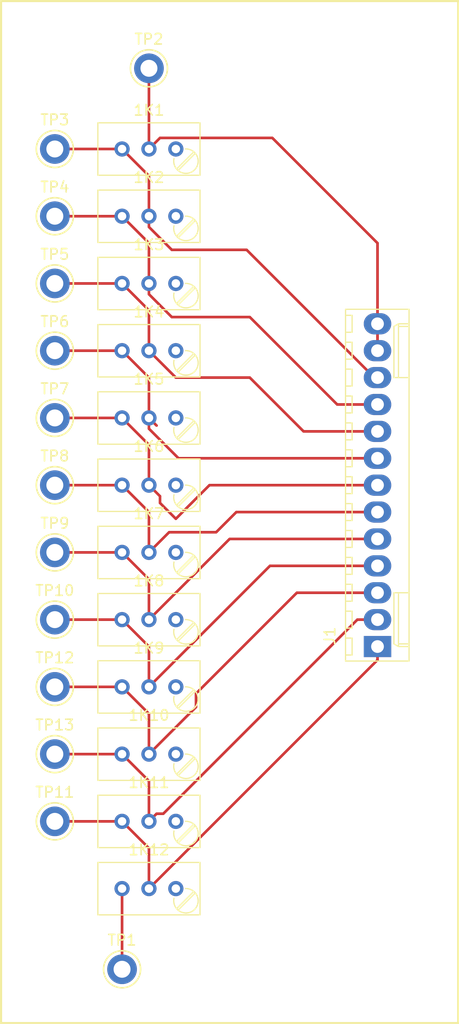
<source format=kicad_pcb>
(kicad_pcb (version 20171130) (host pcbnew "(5.0.2)-1")

  (general
    (thickness 1.6)
    (drawings 4)
    (tracks 82)
    (zones 0)
    (modules 26)
    (nets 26)
  )

  (page A4)
  (layers
    (0 F.Cu signal)
    (31 B.Cu signal)
    (32 B.Adhes user)
    (33 F.Adhes user)
    (34 B.Paste user)
    (35 F.Paste user)
    (36 B.SilkS user)
    (37 F.SilkS user)
    (38 B.Mask user)
    (39 F.Mask user)
    (40 Dwgs.User user)
    (41 Cmts.User user)
    (42 Eco1.User user)
    (43 Eco2.User user)
    (44 Edge.Cuts user)
    (45 Margin user)
    (46 B.CrtYd user)
    (47 F.CrtYd user)
    (48 B.Fab user)
    (49 F.Fab user)
  )

  (setup
    (last_trace_width 0.25)
    (trace_clearance 0.2)
    (zone_clearance 0.508)
    (zone_45_only no)
    (trace_min 0.2)
    (segment_width 0.2)
    (edge_width 0.15)
    (via_size 0.8)
    (via_drill 0.4)
    (via_min_size 0.4)
    (via_min_drill 0.3)
    (uvia_size 0.3)
    (uvia_drill 0.1)
    (uvias_allowed no)
    (uvia_min_size 0.2)
    (uvia_min_drill 0.1)
    (pcb_text_width 0.3)
    (pcb_text_size 1.5 1.5)
    (mod_edge_width 0.15)
    (mod_text_size 1 1)
    (mod_text_width 0.15)
    (pad_size 1.524 1.524)
    (pad_drill 0.762)
    (pad_to_mask_clearance 0.051)
    (solder_mask_min_width 0.25)
    (aux_axis_origin 0 0)
    (visible_elements 7FFFFFFF)
    (pcbplotparams
      (layerselection 0x010fc_ffffffff)
      (usegerberextensions false)
      (usegerberattributes false)
      (usegerberadvancedattributes false)
      (creategerberjobfile false)
      (excludeedgelayer true)
      (linewidth 0.100000)
      (plotframeref false)
      (viasonmask false)
      (mode 1)
      (useauxorigin false)
      (hpglpennumber 1)
      (hpglpenspeed 20)
      (hpglpendiameter 15.000000)
      (psnegative false)
      (psa4output false)
      (plotreference true)
      (plotvalue true)
      (plotinvisibletext false)
      (padsonsilk false)
      (subtractmaskfromsilk false)
      (outputformat 1)
      (mirror false)
      (drillshape 1)
      (scaleselection 1)
      (outputdirectory ""))
  )

  (net 0 "")
  (net 1 "Net-(1K1-Pad1)")
  (net 2 +BATT)
  (net 3 "Net-(1K1-Pad3)")
  (net 4 "Net-(1K2-Pad3)")
  (net 5 "Net-(1K2-Pad1)")
  (net 6 "Net-(1K3-Pad1)")
  (net 7 "Net-(1K3-Pad3)")
  (net 8 "Net-(1K4-Pad3)")
  (net 9 "Net-(1K4-Pad1)")
  (net 10 "Net-(1K5-Pad1)")
  (net 11 "Net-(1K5-Pad3)")
  (net 12 "Net-(1K6-Pad3)")
  (net 13 "Net-(1K6-Pad1)")
  (net 14 "Net-(1K7-Pad1)")
  (net 15 "Net-(1K7-Pad3)")
  (net 16 "Net-(1K8-Pad3)")
  (net 17 "Net-(1K8-Pad1)")
  (net 18 "Net-(1K9-Pad1)")
  (net 19 "Net-(1K10-Pad2)")
  (net 20 "Net-(1K10-Pad3)")
  (net 21 "Net-(1K10-Pad1)")
  (net 22 "Net-(1K11-Pad1)")
  (net 23 "Net-(1K11-Pad3)")
  (net 24 GND)
  (net 25 "Net-(1K12-Pad1)")

  (net_class Default "This is the default net class."
    (clearance 0.2)
    (trace_width 0.25)
    (via_dia 0.8)
    (via_drill 0.4)
    (uvia_dia 0.3)
    (uvia_drill 0.1)
    (add_net +BATT)
    (add_net GND)
    (add_net "Net-(1K1-Pad1)")
    (add_net "Net-(1K1-Pad3)")
    (add_net "Net-(1K10-Pad1)")
    (add_net "Net-(1K10-Pad2)")
    (add_net "Net-(1K10-Pad3)")
    (add_net "Net-(1K11-Pad1)")
    (add_net "Net-(1K11-Pad3)")
    (add_net "Net-(1K12-Pad1)")
    (add_net "Net-(1K2-Pad1)")
    (add_net "Net-(1K2-Pad3)")
    (add_net "Net-(1K3-Pad1)")
    (add_net "Net-(1K3-Pad3)")
    (add_net "Net-(1K4-Pad1)")
    (add_net "Net-(1K4-Pad3)")
    (add_net "Net-(1K5-Pad1)")
    (add_net "Net-(1K5-Pad3)")
    (add_net "Net-(1K6-Pad1)")
    (add_net "Net-(1K6-Pad3)")
    (add_net "Net-(1K7-Pad1)")
    (add_net "Net-(1K7-Pad3)")
    (add_net "Net-(1K8-Pad1)")
    (add_net "Net-(1K8-Pad3)")
    (add_net "Net-(1K9-Pad1)")
  )

  (module Potentiometers:Potentiometer_Trimmer_Bourns_3296W (layer F.Cu) (tedit 58826ECB) (tstamp 5C52E671)
    (at 143.51 54.61)
    (descr "Spindle Trimmer Potentiometer, Bourns 3296W, https://www.bourns.com/pdfs/3296.pdf")
    (tags "Spindle Trimmer Potentiometer   Bourns 3296W")
    (path /5C4CFC58)
    (fp_text reference 1K1 (at -2.54 -3.66) (layer F.SilkS)
      (effects (font (size 1 1) (thickness 0.15)))
    )
    (fp_text value POT (at -2.54 3.67) (layer F.Fab)
      (effects (font (size 1 1) (thickness 0.15)))
    )
    (fp_arc (start 0.955 1.15) (end 0.955 2.305) (angle -182) (layer F.SilkS) (width 0.12))
    (fp_arc (start 0.955 1.15) (end -0.174 0.91) (angle -103) (layer F.SilkS) (width 0.12))
    (fp_circle (center 0.955 1.15) (end 2.05 1.15) (layer F.Fab) (width 0.1))
    (fp_line (start -7.305 -2.41) (end -7.305 2.42) (layer F.Fab) (width 0.1))
    (fp_line (start -7.305 2.42) (end 2.225 2.42) (layer F.Fab) (width 0.1))
    (fp_line (start 2.225 2.42) (end 2.225 -2.41) (layer F.Fab) (width 0.1))
    (fp_line (start 2.225 -2.41) (end -7.305 -2.41) (layer F.Fab) (width 0.1))
    (fp_line (start 1.786 0.454) (end 0.259 1.981) (layer F.Fab) (width 0.1))
    (fp_line (start 1.652 0.32) (end 0.125 1.847) (layer F.Fab) (width 0.1))
    (fp_line (start -7.365 -2.47) (end 2.285 -2.47) (layer F.SilkS) (width 0.12))
    (fp_line (start -7.365 2.481) (end 2.285 2.481) (layer F.SilkS) (width 0.12))
    (fp_line (start -7.365 -2.47) (end -7.365 2.481) (layer F.SilkS) (width 0.12))
    (fp_line (start 2.285 -2.47) (end 2.285 2.481) (layer F.SilkS) (width 0.12))
    (fp_line (start 1.831 0.416) (end 0.22 2.026) (layer F.SilkS) (width 0.12))
    (fp_line (start 1.691 0.275) (end 0.079 1.885) (layer F.SilkS) (width 0.12))
    (fp_line (start -7.6 -2.7) (end -7.6 2.7) (layer F.CrtYd) (width 0.05))
    (fp_line (start -7.6 2.7) (end 2.5 2.7) (layer F.CrtYd) (width 0.05))
    (fp_line (start 2.5 2.7) (end 2.5 -2.7) (layer F.CrtYd) (width 0.05))
    (fp_line (start 2.5 -2.7) (end -7.6 -2.7) (layer F.CrtYd) (width 0.05))
    (pad 1 thru_hole circle (at 0 0) (size 1.44 1.44) (drill 0.8) (layers *.Cu *.Mask)
      (net 1 "Net-(1K1-Pad1)"))
    (pad 2 thru_hole circle (at -2.54 0) (size 1.44 1.44) (drill 0.8) (layers *.Cu *.Mask)
      (net 2 +BATT))
    (pad 3 thru_hole circle (at -5.08 0) (size 1.44 1.44) (drill 0.8) (layers *.Cu *.Mask)
      (net 3 "Net-(1K1-Pad3)"))
    (model Potentiometers.3dshapes/Potentiometer_Trimmer_Bourns_3296W.wrl
      (at (xyz 0 0 0))
      (scale (xyz 1 1 1))
      (rotate (xyz 0 0 -90))
    )
  )

  (module Potentiometers:Potentiometer_Trimmer_Bourns_3296W (layer F.Cu) (tedit 58826ECB) (tstamp 5C52E68B)
    (at 143.51 60.96)
    (descr "Spindle Trimmer Potentiometer, Bourns 3296W, https://www.bourns.com/pdfs/3296.pdf")
    (tags "Spindle Trimmer Potentiometer   Bourns 3296W")
    (path /5C4CFCB3)
    (fp_text reference 1K2 (at -2.54 -3.66) (layer F.SilkS)
      (effects (font (size 1 1) (thickness 0.15)))
    )
    (fp_text value POT (at -2.54 3.67) (layer F.Fab)
      (effects (font (size 1 1) (thickness 0.15)))
    )
    (fp_line (start 2.5 -2.7) (end -7.6 -2.7) (layer F.CrtYd) (width 0.05))
    (fp_line (start 2.5 2.7) (end 2.5 -2.7) (layer F.CrtYd) (width 0.05))
    (fp_line (start -7.6 2.7) (end 2.5 2.7) (layer F.CrtYd) (width 0.05))
    (fp_line (start -7.6 -2.7) (end -7.6 2.7) (layer F.CrtYd) (width 0.05))
    (fp_line (start 1.691 0.275) (end 0.079 1.885) (layer F.SilkS) (width 0.12))
    (fp_line (start 1.831 0.416) (end 0.22 2.026) (layer F.SilkS) (width 0.12))
    (fp_line (start 2.285 -2.47) (end 2.285 2.481) (layer F.SilkS) (width 0.12))
    (fp_line (start -7.365 -2.47) (end -7.365 2.481) (layer F.SilkS) (width 0.12))
    (fp_line (start -7.365 2.481) (end 2.285 2.481) (layer F.SilkS) (width 0.12))
    (fp_line (start -7.365 -2.47) (end 2.285 -2.47) (layer F.SilkS) (width 0.12))
    (fp_line (start 1.652 0.32) (end 0.125 1.847) (layer F.Fab) (width 0.1))
    (fp_line (start 1.786 0.454) (end 0.259 1.981) (layer F.Fab) (width 0.1))
    (fp_line (start 2.225 -2.41) (end -7.305 -2.41) (layer F.Fab) (width 0.1))
    (fp_line (start 2.225 2.42) (end 2.225 -2.41) (layer F.Fab) (width 0.1))
    (fp_line (start -7.305 2.42) (end 2.225 2.42) (layer F.Fab) (width 0.1))
    (fp_line (start -7.305 -2.41) (end -7.305 2.42) (layer F.Fab) (width 0.1))
    (fp_circle (center 0.955 1.15) (end 2.05 1.15) (layer F.Fab) (width 0.1))
    (fp_arc (start 0.955 1.15) (end -0.174 0.91) (angle -103) (layer F.SilkS) (width 0.12))
    (fp_arc (start 0.955 1.15) (end 0.955 2.305) (angle -182) (layer F.SilkS) (width 0.12))
    (pad 3 thru_hole circle (at -5.08 0) (size 1.44 1.44) (drill 0.8) (layers *.Cu *.Mask)
      (net 4 "Net-(1K2-Pad3)"))
    (pad 2 thru_hole circle (at -2.54 0) (size 1.44 1.44) (drill 0.8) (layers *.Cu *.Mask)
      (net 3 "Net-(1K1-Pad3)"))
    (pad 1 thru_hole circle (at 0 0) (size 1.44 1.44) (drill 0.8) (layers *.Cu *.Mask)
      (net 5 "Net-(1K2-Pad1)"))
    (model Potentiometers.3dshapes/Potentiometer_Trimmer_Bourns_3296W.wrl
      (at (xyz 0 0 0))
      (scale (xyz 1 1 1))
      (rotate (xyz 0 0 -90))
    )
  )

  (module Potentiometers:Potentiometer_Trimmer_Bourns_3296W (layer F.Cu) (tedit 58826ECB) (tstamp 5C52E6A5)
    (at 143.51 67.31)
    (descr "Spindle Trimmer Potentiometer, Bourns 3296W, https://www.bourns.com/pdfs/3296.pdf")
    (tags "Spindle Trimmer Potentiometer   Bourns 3296W")
    (path /5C4CFEFE)
    (fp_text reference 1K3 (at -2.54 -3.66) (layer F.SilkS)
      (effects (font (size 1 1) (thickness 0.15)))
    )
    (fp_text value POT (at -2.54 3.67) (layer F.Fab)
      (effects (font (size 1 1) (thickness 0.15)))
    )
    (fp_arc (start 0.955 1.15) (end 0.955 2.305) (angle -182) (layer F.SilkS) (width 0.12))
    (fp_arc (start 0.955 1.15) (end -0.174 0.91) (angle -103) (layer F.SilkS) (width 0.12))
    (fp_circle (center 0.955 1.15) (end 2.05 1.15) (layer F.Fab) (width 0.1))
    (fp_line (start -7.305 -2.41) (end -7.305 2.42) (layer F.Fab) (width 0.1))
    (fp_line (start -7.305 2.42) (end 2.225 2.42) (layer F.Fab) (width 0.1))
    (fp_line (start 2.225 2.42) (end 2.225 -2.41) (layer F.Fab) (width 0.1))
    (fp_line (start 2.225 -2.41) (end -7.305 -2.41) (layer F.Fab) (width 0.1))
    (fp_line (start 1.786 0.454) (end 0.259 1.981) (layer F.Fab) (width 0.1))
    (fp_line (start 1.652 0.32) (end 0.125 1.847) (layer F.Fab) (width 0.1))
    (fp_line (start -7.365 -2.47) (end 2.285 -2.47) (layer F.SilkS) (width 0.12))
    (fp_line (start -7.365 2.481) (end 2.285 2.481) (layer F.SilkS) (width 0.12))
    (fp_line (start -7.365 -2.47) (end -7.365 2.481) (layer F.SilkS) (width 0.12))
    (fp_line (start 2.285 -2.47) (end 2.285 2.481) (layer F.SilkS) (width 0.12))
    (fp_line (start 1.831 0.416) (end 0.22 2.026) (layer F.SilkS) (width 0.12))
    (fp_line (start 1.691 0.275) (end 0.079 1.885) (layer F.SilkS) (width 0.12))
    (fp_line (start -7.6 -2.7) (end -7.6 2.7) (layer F.CrtYd) (width 0.05))
    (fp_line (start -7.6 2.7) (end 2.5 2.7) (layer F.CrtYd) (width 0.05))
    (fp_line (start 2.5 2.7) (end 2.5 -2.7) (layer F.CrtYd) (width 0.05))
    (fp_line (start 2.5 -2.7) (end -7.6 -2.7) (layer F.CrtYd) (width 0.05))
    (pad 1 thru_hole circle (at 0 0) (size 1.44 1.44) (drill 0.8) (layers *.Cu *.Mask)
      (net 6 "Net-(1K3-Pad1)"))
    (pad 2 thru_hole circle (at -2.54 0) (size 1.44 1.44) (drill 0.8) (layers *.Cu *.Mask)
      (net 4 "Net-(1K2-Pad3)"))
    (pad 3 thru_hole circle (at -5.08 0) (size 1.44 1.44) (drill 0.8) (layers *.Cu *.Mask)
      (net 7 "Net-(1K3-Pad3)"))
    (model Potentiometers.3dshapes/Potentiometer_Trimmer_Bourns_3296W.wrl
      (at (xyz 0 0 0))
      (scale (xyz 1 1 1))
      (rotate (xyz 0 0 -90))
    )
  )

  (module Potentiometers:Potentiometer_Trimmer_Bourns_3296W (layer F.Cu) (tedit 58826ECB) (tstamp 5C52E6BF)
    (at 143.51 73.66)
    (descr "Spindle Trimmer Potentiometer, Bourns 3296W, https://www.bourns.com/pdfs/3296.pdf")
    (tags "Spindle Trimmer Potentiometer   Bourns 3296W")
    (path /5C4CFF05)
    (fp_text reference 1K4 (at -2.54 -3.66) (layer F.SilkS)
      (effects (font (size 1 1) (thickness 0.15)))
    )
    (fp_text value POT (at -2.54 3.67) (layer F.Fab)
      (effects (font (size 1 1) (thickness 0.15)))
    )
    (fp_line (start 2.5 -2.7) (end -7.6 -2.7) (layer F.CrtYd) (width 0.05))
    (fp_line (start 2.5 2.7) (end 2.5 -2.7) (layer F.CrtYd) (width 0.05))
    (fp_line (start -7.6 2.7) (end 2.5 2.7) (layer F.CrtYd) (width 0.05))
    (fp_line (start -7.6 -2.7) (end -7.6 2.7) (layer F.CrtYd) (width 0.05))
    (fp_line (start 1.691 0.275) (end 0.079 1.885) (layer F.SilkS) (width 0.12))
    (fp_line (start 1.831 0.416) (end 0.22 2.026) (layer F.SilkS) (width 0.12))
    (fp_line (start 2.285 -2.47) (end 2.285 2.481) (layer F.SilkS) (width 0.12))
    (fp_line (start -7.365 -2.47) (end -7.365 2.481) (layer F.SilkS) (width 0.12))
    (fp_line (start -7.365 2.481) (end 2.285 2.481) (layer F.SilkS) (width 0.12))
    (fp_line (start -7.365 -2.47) (end 2.285 -2.47) (layer F.SilkS) (width 0.12))
    (fp_line (start 1.652 0.32) (end 0.125 1.847) (layer F.Fab) (width 0.1))
    (fp_line (start 1.786 0.454) (end 0.259 1.981) (layer F.Fab) (width 0.1))
    (fp_line (start 2.225 -2.41) (end -7.305 -2.41) (layer F.Fab) (width 0.1))
    (fp_line (start 2.225 2.42) (end 2.225 -2.41) (layer F.Fab) (width 0.1))
    (fp_line (start -7.305 2.42) (end 2.225 2.42) (layer F.Fab) (width 0.1))
    (fp_line (start -7.305 -2.41) (end -7.305 2.42) (layer F.Fab) (width 0.1))
    (fp_circle (center 0.955 1.15) (end 2.05 1.15) (layer F.Fab) (width 0.1))
    (fp_arc (start 0.955 1.15) (end -0.174 0.91) (angle -103) (layer F.SilkS) (width 0.12))
    (fp_arc (start 0.955 1.15) (end 0.955 2.305) (angle -182) (layer F.SilkS) (width 0.12))
    (pad 3 thru_hole circle (at -5.08 0) (size 1.44 1.44) (drill 0.8) (layers *.Cu *.Mask)
      (net 8 "Net-(1K4-Pad3)"))
    (pad 2 thru_hole circle (at -2.54 0) (size 1.44 1.44) (drill 0.8) (layers *.Cu *.Mask)
      (net 7 "Net-(1K3-Pad3)"))
    (pad 1 thru_hole circle (at 0 0) (size 1.44 1.44) (drill 0.8) (layers *.Cu *.Mask)
      (net 9 "Net-(1K4-Pad1)"))
    (model Potentiometers.3dshapes/Potentiometer_Trimmer_Bourns_3296W.wrl
      (at (xyz 0 0 0))
      (scale (xyz 1 1 1))
      (rotate (xyz 0 0 -90))
    )
  )

  (module Potentiometers:Potentiometer_Trimmer_Bourns_3296W (layer F.Cu) (tedit 58826ECB) (tstamp 5C52E6D9)
    (at 143.51 80.01)
    (descr "Spindle Trimmer Potentiometer, Bourns 3296W, https://www.bourns.com/pdfs/3296.pdf")
    (tags "Spindle Trimmer Potentiometer   Bourns 3296W")
    (path /5C4D02C8)
    (fp_text reference 1K5 (at -2.54 -3.66) (layer F.SilkS)
      (effects (font (size 1 1) (thickness 0.15)))
    )
    (fp_text value POT (at -2.54 3.67) (layer F.Fab)
      (effects (font (size 1 1) (thickness 0.15)))
    )
    (fp_arc (start 0.955 1.15) (end 0.955 2.305) (angle -182) (layer F.SilkS) (width 0.12))
    (fp_arc (start 0.955 1.15) (end -0.174 0.91) (angle -103) (layer F.SilkS) (width 0.12))
    (fp_circle (center 0.955 1.15) (end 2.05 1.15) (layer F.Fab) (width 0.1))
    (fp_line (start -7.305 -2.41) (end -7.305 2.42) (layer F.Fab) (width 0.1))
    (fp_line (start -7.305 2.42) (end 2.225 2.42) (layer F.Fab) (width 0.1))
    (fp_line (start 2.225 2.42) (end 2.225 -2.41) (layer F.Fab) (width 0.1))
    (fp_line (start 2.225 -2.41) (end -7.305 -2.41) (layer F.Fab) (width 0.1))
    (fp_line (start 1.786 0.454) (end 0.259 1.981) (layer F.Fab) (width 0.1))
    (fp_line (start 1.652 0.32) (end 0.125 1.847) (layer F.Fab) (width 0.1))
    (fp_line (start -7.365 -2.47) (end 2.285 -2.47) (layer F.SilkS) (width 0.12))
    (fp_line (start -7.365 2.481) (end 2.285 2.481) (layer F.SilkS) (width 0.12))
    (fp_line (start -7.365 -2.47) (end -7.365 2.481) (layer F.SilkS) (width 0.12))
    (fp_line (start 2.285 -2.47) (end 2.285 2.481) (layer F.SilkS) (width 0.12))
    (fp_line (start 1.831 0.416) (end 0.22 2.026) (layer F.SilkS) (width 0.12))
    (fp_line (start 1.691 0.275) (end 0.079 1.885) (layer F.SilkS) (width 0.12))
    (fp_line (start -7.6 -2.7) (end -7.6 2.7) (layer F.CrtYd) (width 0.05))
    (fp_line (start -7.6 2.7) (end 2.5 2.7) (layer F.CrtYd) (width 0.05))
    (fp_line (start 2.5 2.7) (end 2.5 -2.7) (layer F.CrtYd) (width 0.05))
    (fp_line (start 2.5 -2.7) (end -7.6 -2.7) (layer F.CrtYd) (width 0.05))
    (pad 1 thru_hole circle (at 0 0) (size 1.44 1.44) (drill 0.8) (layers *.Cu *.Mask)
      (net 10 "Net-(1K5-Pad1)"))
    (pad 2 thru_hole circle (at -2.54 0) (size 1.44 1.44) (drill 0.8) (layers *.Cu *.Mask)
      (net 8 "Net-(1K4-Pad3)"))
    (pad 3 thru_hole circle (at -5.08 0) (size 1.44 1.44) (drill 0.8) (layers *.Cu *.Mask)
      (net 11 "Net-(1K5-Pad3)"))
    (model Potentiometers.3dshapes/Potentiometer_Trimmer_Bourns_3296W.wrl
      (at (xyz 0 0 0))
      (scale (xyz 1 1 1))
      (rotate (xyz 0 0 -90))
    )
  )

  (module Potentiometers:Potentiometer_Trimmer_Bourns_3296W (layer F.Cu) (tedit 58826ECB) (tstamp 5C52E6F3)
    (at 143.51 86.36)
    (descr "Spindle Trimmer Potentiometer, Bourns 3296W, https://www.bourns.com/pdfs/3296.pdf")
    (tags "Spindle Trimmer Potentiometer   Bourns 3296W")
    (path /5C4D02CE)
    (fp_text reference 1K6 (at -2.54 -3.66) (layer F.SilkS)
      (effects (font (size 1 1) (thickness 0.15)))
    )
    (fp_text value POT (at -2.54 3.67) (layer F.Fab)
      (effects (font (size 1 1) (thickness 0.15)))
    )
    (fp_line (start 2.5 -2.7) (end -7.6 -2.7) (layer F.CrtYd) (width 0.05))
    (fp_line (start 2.5 2.7) (end 2.5 -2.7) (layer F.CrtYd) (width 0.05))
    (fp_line (start -7.6 2.7) (end 2.5 2.7) (layer F.CrtYd) (width 0.05))
    (fp_line (start -7.6 -2.7) (end -7.6 2.7) (layer F.CrtYd) (width 0.05))
    (fp_line (start 1.691 0.275) (end 0.079 1.885) (layer F.SilkS) (width 0.12))
    (fp_line (start 1.831 0.416) (end 0.22 2.026) (layer F.SilkS) (width 0.12))
    (fp_line (start 2.285 -2.47) (end 2.285 2.481) (layer F.SilkS) (width 0.12))
    (fp_line (start -7.365 -2.47) (end -7.365 2.481) (layer F.SilkS) (width 0.12))
    (fp_line (start -7.365 2.481) (end 2.285 2.481) (layer F.SilkS) (width 0.12))
    (fp_line (start -7.365 -2.47) (end 2.285 -2.47) (layer F.SilkS) (width 0.12))
    (fp_line (start 1.652 0.32) (end 0.125 1.847) (layer F.Fab) (width 0.1))
    (fp_line (start 1.786 0.454) (end 0.259 1.981) (layer F.Fab) (width 0.1))
    (fp_line (start 2.225 -2.41) (end -7.305 -2.41) (layer F.Fab) (width 0.1))
    (fp_line (start 2.225 2.42) (end 2.225 -2.41) (layer F.Fab) (width 0.1))
    (fp_line (start -7.305 2.42) (end 2.225 2.42) (layer F.Fab) (width 0.1))
    (fp_line (start -7.305 -2.41) (end -7.305 2.42) (layer F.Fab) (width 0.1))
    (fp_circle (center 0.955 1.15) (end 2.05 1.15) (layer F.Fab) (width 0.1))
    (fp_arc (start 0.955 1.15) (end -0.174 0.91) (angle -103) (layer F.SilkS) (width 0.12))
    (fp_arc (start 0.955 1.15) (end 0.955 2.305) (angle -182) (layer F.SilkS) (width 0.12))
    (pad 3 thru_hole circle (at -5.08 0) (size 1.44 1.44) (drill 0.8) (layers *.Cu *.Mask)
      (net 12 "Net-(1K6-Pad3)"))
    (pad 2 thru_hole circle (at -2.54 0) (size 1.44 1.44) (drill 0.8) (layers *.Cu *.Mask)
      (net 11 "Net-(1K5-Pad3)"))
    (pad 1 thru_hole circle (at 0 0) (size 1.44 1.44) (drill 0.8) (layers *.Cu *.Mask)
      (net 13 "Net-(1K6-Pad1)"))
    (model Potentiometers.3dshapes/Potentiometer_Trimmer_Bourns_3296W.wrl
      (at (xyz 0 0 0))
      (scale (xyz 1 1 1))
      (rotate (xyz 0 0 -90))
    )
  )

  (module Potentiometers:Potentiometer_Trimmer_Bourns_3296W (layer F.Cu) (tedit 58826ECB) (tstamp 5C52E70D)
    (at 143.51 92.71)
    (descr "Spindle Trimmer Potentiometer, Bourns 3296W, https://www.bourns.com/pdfs/3296.pdf")
    (tags "Spindle Trimmer Potentiometer   Bourns 3296W")
    (path /5C4D02D4)
    (fp_text reference 1K7 (at -2.54 -3.66) (layer F.SilkS)
      (effects (font (size 1 1) (thickness 0.15)))
    )
    (fp_text value POT (at -2.54 3.67) (layer F.Fab)
      (effects (font (size 1 1) (thickness 0.15)))
    )
    (fp_arc (start 0.955 1.15) (end 0.955 2.305) (angle -182) (layer F.SilkS) (width 0.12))
    (fp_arc (start 0.955 1.15) (end -0.174 0.91) (angle -103) (layer F.SilkS) (width 0.12))
    (fp_circle (center 0.955 1.15) (end 2.05 1.15) (layer F.Fab) (width 0.1))
    (fp_line (start -7.305 -2.41) (end -7.305 2.42) (layer F.Fab) (width 0.1))
    (fp_line (start -7.305 2.42) (end 2.225 2.42) (layer F.Fab) (width 0.1))
    (fp_line (start 2.225 2.42) (end 2.225 -2.41) (layer F.Fab) (width 0.1))
    (fp_line (start 2.225 -2.41) (end -7.305 -2.41) (layer F.Fab) (width 0.1))
    (fp_line (start 1.786 0.454) (end 0.259 1.981) (layer F.Fab) (width 0.1))
    (fp_line (start 1.652 0.32) (end 0.125 1.847) (layer F.Fab) (width 0.1))
    (fp_line (start -7.365 -2.47) (end 2.285 -2.47) (layer F.SilkS) (width 0.12))
    (fp_line (start -7.365 2.481) (end 2.285 2.481) (layer F.SilkS) (width 0.12))
    (fp_line (start -7.365 -2.47) (end -7.365 2.481) (layer F.SilkS) (width 0.12))
    (fp_line (start 2.285 -2.47) (end 2.285 2.481) (layer F.SilkS) (width 0.12))
    (fp_line (start 1.831 0.416) (end 0.22 2.026) (layer F.SilkS) (width 0.12))
    (fp_line (start 1.691 0.275) (end 0.079 1.885) (layer F.SilkS) (width 0.12))
    (fp_line (start -7.6 -2.7) (end -7.6 2.7) (layer F.CrtYd) (width 0.05))
    (fp_line (start -7.6 2.7) (end 2.5 2.7) (layer F.CrtYd) (width 0.05))
    (fp_line (start 2.5 2.7) (end 2.5 -2.7) (layer F.CrtYd) (width 0.05))
    (fp_line (start 2.5 -2.7) (end -7.6 -2.7) (layer F.CrtYd) (width 0.05))
    (pad 1 thru_hole circle (at 0 0) (size 1.44 1.44) (drill 0.8) (layers *.Cu *.Mask)
      (net 14 "Net-(1K7-Pad1)"))
    (pad 2 thru_hole circle (at -2.54 0) (size 1.44 1.44) (drill 0.8) (layers *.Cu *.Mask)
      (net 12 "Net-(1K6-Pad3)"))
    (pad 3 thru_hole circle (at -5.08 0) (size 1.44 1.44) (drill 0.8) (layers *.Cu *.Mask)
      (net 15 "Net-(1K7-Pad3)"))
    (model Potentiometers.3dshapes/Potentiometer_Trimmer_Bourns_3296W.wrl
      (at (xyz 0 0 0))
      (scale (xyz 1 1 1))
      (rotate (xyz 0 0 -90))
    )
  )

  (module Potentiometers:Potentiometer_Trimmer_Bourns_3296W (layer F.Cu) (tedit 58826ECB) (tstamp 5C52E727)
    (at 143.51 99.06)
    (descr "Spindle Trimmer Potentiometer, Bourns 3296W, https://www.bourns.com/pdfs/3296.pdf")
    (tags "Spindle Trimmer Potentiometer   Bourns 3296W")
    (path /5C4D02DA)
    (fp_text reference 1K8 (at -2.54 -3.66) (layer F.SilkS)
      (effects (font (size 1 1) (thickness 0.15)))
    )
    (fp_text value POT (at -2.54 3.67) (layer F.Fab)
      (effects (font (size 1 1) (thickness 0.15)))
    )
    (fp_line (start 2.5 -2.7) (end -7.6 -2.7) (layer F.CrtYd) (width 0.05))
    (fp_line (start 2.5 2.7) (end 2.5 -2.7) (layer F.CrtYd) (width 0.05))
    (fp_line (start -7.6 2.7) (end 2.5 2.7) (layer F.CrtYd) (width 0.05))
    (fp_line (start -7.6 -2.7) (end -7.6 2.7) (layer F.CrtYd) (width 0.05))
    (fp_line (start 1.691 0.275) (end 0.079 1.885) (layer F.SilkS) (width 0.12))
    (fp_line (start 1.831 0.416) (end 0.22 2.026) (layer F.SilkS) (width 0.12))
    (fp_line (start 2.285 -2.47) (end 2.285 2.481) (layer F.SilkS) (width 0.12))
    (fp_line (start -7.365 -2.47) (end -7.365 2.481) (layer F.SilkS) (width 0.12))
    (fp_line (start -7.365 2.481) (end 2.285 2.481) (layer F.SilkS) (width 0.12))
    (fp_line (start -7.365 -2.47) (end 2.285 -2.47) (layer F.SilkS) (width 0.12))
    (fp_line (start 1.652 0.32) (end 0.125 1.847) (layer F.Fab) (width 0.1))
    (fp_line (start 1.786 0.454) (end 0.259 1.981) (layer F.Fab) (width 0.1))
    (fp_line (start 2.225 -2.41) (end -7.305 -2.41) (layer F.Fab) (width 0.1))
    (fp_line (start 2.225 2.42) (end 2.225 -2.41) (layer F.Fab) (width 0.1))
    (fp_line (start -7.305 2.42) (end 2.225 2.42) (layer F.Fab) (width 0.1))
    (fp_line (start -7.305 -2.41) (end -7.305 2.42) (layer F.Fab) (width 0.1))
    (fp_circle (center 0.955 1.15) (end 2.05 1.15) (layer F.Fab) (width 0.1))
    (fp_arc (start 0.955 1.15) (end -0.174 0.91) (angle -103) (layer F.SilkS) (width 0.12))
    (fp_arc (start 0.955 1.15) (end 0.955 2.305) (angle -182) (layer F.SilkS) (width 0.12))
    (pad 3 thru_hole circle (at -5.08 0) (size 1.44 1.44) (drill 0.8) (layers *.Cu *.Mask)
      (net 16 "Net-(1K8-Pad3)"))
    (pad 2 thru_hole circle (at -2.54 0) (size 1.44 1.44) (drill 0.8) (layers *.Cu *.Mask)
      (net 15 "Net-(1K7-Pad3)"))
    (pad 1 thru_hole circle (at 0 0) (size 1.44 1.44) (drill 0.8) (layers *.Cu *.Mask)
      (net 17 "Net-(1K8-Pad1)"))
    (model Potentiometers.3dshapes/Potentiometer_Trimmer_Bourns_3296W.wrl
      (at (xyz 0 0 0))
      (scale (xyz 1 1 1))
      (rotate (xyz 0 0 -90))
    )
  )

  (module Potentiometers:Potentiometer_Trimmer_Bourns_3296W (layer F.Cu) (tedit 58826ECB) (tstamp 5C52E741)
    (at 143.51 105.41)
    (descr "Spindle Trimmer Potentiometer, Bourns 3296W, https://www.bourns.com/pdfs/3296.pdf")
    (tags "Spindle Trimmer Potentiometer   Bourns 3296W")
    (path /5C4D042C)
    (fp_text reference 1K9 (at -2.54 -3.66) (layer F.SilkS)
      (effects (font (size 1 1) (thickness 0.15)))
    )
    (fp_text value POT (at -2.54 3.67) (layer F.Fab)
      (effects (font (size 1 1) (thickness 0.15)))
    )
    (fp_arc (start 0.955 1.15) (end 0.955 2.305) (angle -182) (layer F.SilkS) (width 0.12))
    (fp_arc (start 0.955 1.15) (end -0.174 0.91) (angle -103) (layer F.SilkS) (width 0.12))
    (fp_circle (center 0.955 1.15) (end 2.05 1.15) (layer F.Fab) (width 0.1))
    (fp_line (start -7.305 -2.41) (end -7.305 2.42) (layer F.Fab) (width 0.1))
    (fp_line (start -7.305 2.42) (end 2.225 2.42) (layer F.Fab) (width 0.1))
    (fp_line (start 2.225 2.42) (end 2.225 -2.41) (layer F.Fab) (width 0.1))
    (fp_line (start 2.225 -2.41) (end -7.305 -2.41) (layer F.Fab) (width 0.1))
    (fp_line (start 1.786 0.454) (end 0.259 1.981) (layer F.Fab) (width 0.1))
    (fp_line (start 1.652 0.32) (end 0.125 1.847) (layer F.Fab) (width 0.1))
    (fp_line (start -7.365 -2.47) (end 2.285 -2.47) (layer F.SilkS) (width 0.12))
    (fp_line (start -7.365 2.481) (end 2.285 2.481) (layer F.SilkS) (width 0.12))
    (fp_line (start -7.365 -2.47) (end -7.365 2.481) (layer F.SilkS) (width 0.12))
    (fp_line (start 2.285 -2.47) (end 2.285 2.481) (layer F.SilkS) (width 0.12))
    (fp_line (start 1.831 0.416) (end 0.22 2.026) (layer F.SilkS) (width 0.12))
    (fp_line (start 1.691 0.275) (end 0.079 1.885) (layer F.SilkS) (width 0.12))
    (fp_line (start -7.6 -2.7) (end -7.6 2.7) (layer F.CrtYd) (width 0.05))
    (fp_line (start -7.6 2.7) (end 2.5 2.7) (layer F.CrtYd) (width 0.05))
    (fp_line (start 2.5 2.7) (end 2.5 -2.7) (layer F.CrtYd) (width 0.05))
    (fp_line (start 2.5 -2.7) (end -7.6 -2.7) (layer F.CrtYd) (width 0.05))
    (pad 1 thru_hole circle (at 0 0) (size 1.44 1.44) (drill 0.8) (layers *.Cu *.Mask)
      (net 18 "Net-(1K9-Pad1)"))
    (pad 2 thru_hole circle (at -2.54 0) (size 1.44 1.44) (drill 0.8) (layers *.Cu *.Mask)
      (net 16 "Net-(1K8-Pad3)"))
    (pad 3 thru_hole circle (at -5.08 0) (size 1.44 1.44) (drill 0.8) (layers *.Cu *.Mask)
      (net 19 "Net-(1K10-Pad2)"))
    (model Potentiometers.3dshapes/Potentiometer_Trimmer_Bourns_3296W.wrl
      (at (xyz 0 0 0))
      (scale (xyz 1 1 1))
      (rotate (xyz 0 0 -90))
    )
  )

  (module Potentiometers:Potentiometer_Trimmer_Bourns_3296W (layer F.Cu) (tedit 58826ECB) (tstamp 5C52E75B)
    (at 143.51 111.76)
    (descr "Spindle Trimmer Potentiometer, Bourns 3296W, https://www.bourns.com/pdfs/3296.pdf")
    (tags "Spindle Trimmer Potentiometer   Bourns 3296W")
    (path /5C4D0432)
    (fp_text reference 1K10 (at -2.54 -3.66) (layer F.SilkS)
      (effects (font (size 1 1) (thickness 0.15)))
    )
    (fp_text value POT (at -2.54 3.67) (layer F.Fab)
      (effects (font (size 1 1) (thickness 0.15)))
    )
    (fp_line (start 2.5 -2.7) (end -7.6 -2.7) (layer F.CrtYd) (width 0.05))
    (fp_line (start 2.5 2.7) (end 2.5 -2.7) (layer F.CrtYd) (width 0.05))
    (fp_line (start -7.6 2.7) (end 2.5 2.7) (layer F.CrtYd) (width 0.05))
    (fp_line (start -7.6 -2.7) (end -7.6 2.7) (layer F.CrtYd) (width 0.05))
    (fp_line (start 1.691 0.275) (end 0.079 1.885) (layer F.SilkS) (width 0.12))
    (fp_line (start 1.831 0.416) (end 0.22 2.026) (layer F.SilkS) (width 0.12))
    (fp_line (start 2.285 -2.47) (end 2.285 2.481) (layer F.SilkS) (width 0.12))
    (fp_line (start -7.365 -2.47) (end -7.365 2.481) (layer F.SilkS) (width 0.12))
    (fp_line (start -7.365 2.481) (end 2.285 2.481) (layer F.SilkS) (width 0.12))
    (fp_line (start -7.365 -2.47) (end 2.285 -2.47) (layer F.SilkS) (width 0.12))
    (fp_line (start 1.652 0.32) (end 0.125 1.847) (layer F.Fab) (width 0.1))
    (fp_line (start 1.786 0.454) (end 0.259 1.981) (layer F.Fab) (width 0.1))
    (fp_line (start 2.225 -2.41) (end -7.305 -2.41) (layer F.Fab) (width 0.1))
    (fp_line (start 2.225 2.42) (end 2.225 -2.41) (layer F.Fab) (width 0.1))
    (fp_line (start -7.305 2.42) (end 2.225 2.42) (layer F.Fab) (width 0.1))
    (fp_line (start -7.305 -2.41) (end -7.305 2.42) (layer F.Fab) (width 0.1))
    (fp_circle (center 0.955 1.15) (end 2.05 1.15) (layer F.Fab) (width 0.1))
    (fp_arc (start 0.955 1.15) (end -0.174 0.91) (angle -103) (layer F.SilkS) (width 0.12))
    (fp_arc (start 0.955 1.15) (end 0.955 2.305) (angle -182) (layer F.SilkS) (width 0.12))
    (pad 3 thru_hole circle (at -5.08 0) (size 1.44 1.44) (drill 0.8) (layers *.Cu *.Mask)
      (net 20 "Net-(1K10-Pad3)"))
    (pad 2 thru_hole circle (at -2.54 0) (size 1.44 1.44) (drill 0.8) (layers *.Cu *.Mask)
      (net 19 "Net-(1K10-Pad2)"))
    (pad 1 thru_hole circle (at 0 0) (size 1.44 1.44) (drill 0.8) (layers *.Cu *.Mask)
      (net 21 "Net-(1K10-Pad1)"))
    (model Potentiometers.3dshapes/Potentiometer_Trimmer_Bourns_3296W.wrl
      (at (xyz 0 0 0))
      (scale (xyz 1 1 1))
      (rotate (xyz 0 0 -90))
    )
  )

  (module Potentiometers:Potentiometer_Trimmer_Bourns_3296W (layer F.Cu) (tedit 58826ECB) (tstamp 5C52E775)
    (at 143.51 118.11)
    (descr "Spindle Trimmer Potentiometer, Bourns 3296W, https://www.bourns.com/pdfs/3296.pdf")
    (tags "Spindle Trimmer Potentiometer   Bourns 3296W")
    (path /5C4D0438)
    (fp_text reference 1K11 (at -2.54 -3.66) (layer F.SilkS)
      (effects (font (size 1 1) (thickness 0.15)))
    )
    (fp_text value POT (at -2.54 3.67) (layer F.Fab)
      (effects (font (size 1 1) (thickness 0.15)))
    )
    (fp_arc (start 0.955 1.15) (end 0.955 2.305) (angle -182) (layer F.SilkS) (width 0.12))
    (fp_arc (start 0.955 1.15) (end -0.174 0.91) (angle -103) (layer F.SilkS) (width 0.12))
    (fp_circle (center 0.955 1.15) (end 2.05 1.15) (layer F.Fab) (width 0.1))
    (fp_line (start -7.305 -2.41) (end -7.305 2.42) (layer F.Fab) (width 0.1))
    (fp_line (start -7.305 2.42) (end 2.225 2.42) (layer F.Fab) (width 0.1))
    (fp_line (start 2.225 2.42) (end 2.225 -2.41) (layer F.Fab) (width 0.1))
    (fp_line (start 2.225 -2.41) (end -7.305 -2.41) (layer F.Fab) (width 0.1))
    (fp_line (start 1.786 0.454) (end 0.259 1.981) (layer F.Fab) (width 0.1))
    (fp_line (start 1.652 0.32) (end 0.125 1.847) (layer F.Fab) (width 0.1))
    (fp_line (start -7.365 -2.47) (end 2.285 -2.47) (layer F.SilkS) (width 0.12))
    (fp_line (start -7.365 2.481) (end 2.285 2.481) (layer F.SilkS) (width 0.12))
    (fp_line (start -7.365 -2.47) (end -7.365 2.481) (layer F.SilkS) (width 0.12))
    (fp_line (start 2.285 -2.47) (end 2.285 2.481) (layer F.SilkS) (width 0.12))
    (fp_line (start 1.831 0.416) (end 0.22 2.026) (layer F.SilkS) (width 0.12))
    (fp_line (start 1.691 0.275) (end 0.079 1.885) (layer F.SilkS) (width 0.12))
    (fp_line (start -7.6 -2.7) (end -7.6 2.7) (layer F.CrtYd) (width 0.05))
    (fp_line (start -7.6 2.7) (end 2.5 2.7) (layer F.CrtYd) (width 0.05))
    (fp_line (start 2.5 2.7) (end 2.5 -2.7) (layer F.CrtYd) (width 0.05))
    (fp_line (start 2.5 -2.7) (end -7.6 -2.7) (layer F.CrtYd) (width 0.05))
    (pad 1 thru_hole circle (at 0 0) (size 1.44 1.44) (drill 0.8) (layers *.Cu *.Mask)
      (net 22 "Net-(1K11-Pad1)"))
    (pad 2 thru_hole circle (at -2.54 0) (size 1.44 1.44) (drill 0.8) (layers *.Cu *.Mask)
      (net 20 "Net-(1K10-Pad3)"))
    (pad 3 thru_hole circle (at -5.08 0) (size 1.44 1.44) (drill 0.8) (layers *.Cu *.Mask)
      (net 23 "Net-(1K11-Pad3)"))
    (model Potentiometers.3dshapes/Potentiometer_Trimmer_Bourns_3296W.wrl
      (at (xyz 0 0 0))
      (scale (xyz 1 1 1))
      (rotate (xyz 0 0 -90))
    )
  )

  (module Potentiometers:Potentiometer_Trimmer_Bourns_3296W (layer F.Cu) (tedit 58826ECB) (tstamp 5C52E78F)
    (at 143.51 124.46)
    (descr "Spindle Trimmer Potentiometer, Bourns 3296W, https://www.bourns.com/pdfs/3296.pdf")
    (tags "Spindle Trimmer Potentiometer   Bourns 3296W")
    (path /5C4D043E)
    (fp_text reference 1K12 (at -2.54 -3.66) (layer F.SilkS)
      (effects (font (size 1 1) (thickness 0.15)))
    )
    (fp_text value POT (at -2.54 3.67) (layer F.Fab)
      (effects (font (size 1 1) (thickness 0.15)))
    )
    (fp_line (start 2.5 -2.7) (end -7.6 -2.7) (layer F.CrtYd) (width 0.05))
    (fp_line (start 2.5 2.7) (end 2.5 -2.7) (layer F.CrtYd) (width 0.05))
    (fp_line (start -7.6 2.7) (end 2.5 2.7) (layer F.CrtYd) (width 0.05))
    (fp_line (start -7.6 -2.7) (end -7.6 2.7) (layer F.CrtYd) (width 0.05))
    (fp_line (start 1.691 0.275) (end 0.079 1.885) (layer F.SilkS) (width 0.12))
    (fp_line (start 1.831 0.416) (end 0.22 2.026) (layer F.SilkS) (width 0.12))
    (fp_line (start 2.285 -2.47) (end 2.285 2.481) (layer F.SilkS) (width 0.12))
    (fp_line (start -7.365 -2.47) (end -7.365 2.481) (layer F.SilkS) (width 0.12))
    (fp_line (start -7.365 2.481) (end 2.285 2.481) (layer F.SilkS) (width 0.12))
    (fp_line (start -7.365 -2.47) (end 2.285 -2.47) (layer F.SilkS) (width 0.12))
    (fp_line (start 1.652 0.32) (end 0.125 1.847) (layer F.Fab) (width 0.1))
    (fp_line (start 1.786 0.454) (end 0.259 1.981) (layer F.Fab) (width 0.1))
    (fp_line (start 2.225 -2.41) (end -7.305 -2.41) (layer F.Fab) (width 0.1))
    (fp_line (start 2.225 2.42) (end 2.225 -2.41) (layer F.Fab) (width 0.1))
    (fp_line (start -7.305 2.42) (end 2.225 2.42) (layer F.Fab) (width 0.1))
    (fp_line (start -7.305 -2.41) (end -7.305 2.42) (layer F.Fab) (width 0.1))
    (fp_circle (center 0.955 1.15) (end 2.05 1.15) (layer F.Fab) (width 0.1))
    (fp_arc (start 0.955 1.15) (end -0.174 0.91) (angle -103) (layer F.SilkS) (width 0.12))
    (fp_arc (start 0.955 1.15) (end 0.955 2.305) (angle -182) (layer F.SilkS) (width 0.12))
    (pad 3 thru_hole circle (at -5.08 0) (size 1.44 1.44) (drill 0.8) (layers *.Cu *.Mask)
      (net 24 GND))
    (pad 2 thru_hole circle (at -2.54 0) (size 1.44 1.44) (drill 0.8) (layers *.Cu *.Mask)
      (net 23 "Net-(1K11-Pad3)"))
    (pad 1 thru_hole circle (at 0 0) (size 1.44 1.44) (drill 0.8) (layers *.Cu *.Mask)
      (net 25 "Net-(1K12-Pad1)"))
    (model Potentiometers.3dshapes/Potentiometer_Trimmer_Bourns_3296W.wrl
      (at (xyz 0 0 0))
      (scale (xyz 1 1 1))
      (rotate (xyz 0 0 -90))
    )
  )

  (module Connectors_Molex:Molex_KK-6410-13_13x2.54mm_Straight (layer F.Cu) (tedit 58EE6EF6) (tstamp 5C52E7E2)
    (at 162.56 101.6 90)
    (descr "Connector Headers with Friction Lock, 22-27-2131, http://www.molex.com/pdm_docs/sd/022272021_sd.pdf")
    (tags "connector molex kk_6410 22-27-2131")
    (path /5C4DBB15)
    (fp_text reference J1 (at 1 -4.5 90) (layer F.SilkS)
      (effects (font (size 1 1) (thickness 0.15)))
    )
    (fp_text value Conn_01x13_Male (at 15.24 4.5 90) (layer F.Fab)
      (effects (font (size 1 1) (thickness 0.15)))
    )
    (fp_text user %R (at 15.24 0 90) (layer F.Fab)
      (effects (font (size 1 1) (thickness 0.15)))
    )
    (fp_line (start 32.4 3.5) (end -1.9 3.5) (layer F.CrtYd) (width 0.05))
    (fp_line (start 32.4 -3.55) (end 32.4 3.5) (layer F.CrtYd) (width 0.05))
    (fp_line (start -1.9 -3.55) (end 32.4 -3.55) (layer F.CrtYd) (width 0.05))
    (fp_line (start -1.9 3.5) (end -1.9 -3.55) (layer F.CrtYd) (width 0.05))
    (fp_line (start 31.28 -2.4) (end 31.28 -3.02) (layer F.SilkS) (width 0.12))
    (fp_line (start 29.68 -2.4) (end 31.28 -2.4) (layer F.SilkS) (width 0.12))
    (fp_line (start 29.68 -3.02) (end 29.68 -2.4) (layer F.SilkS) (width 0.12))
    (fp_line (start 28.74 -2.4) (end 28.74 -3.02) (layer F.SilkS) (width 0.12))
    (fp_line (start 27.14 -2.4) (end 28.74 -2.4) (layer F.SilkS) (width 0.12))
    (fp_line (start 27.14 -3.02) (end 27.14 -2.4) (layer F.SilkS) (width 0.12))
    (fp_line (start 26.2 -2.4) (end 26.2 -3.02) (layer F.SilkS) (width 0.12))
    (fp_line (start 24.6 -2.4) (end 26.2 -2.4) (layer F.SilkS) (width 0.12))
    (fp_line (start 24.6 -3.02) (end 24.6 -2.4) (layer F.SilkS) (width 0.12))
    (fp_line (start 23.66 -2.4) (end 23.66 -3.02) (layer F.SilkS) (width 0.12))
    (fp_line (start 22.06 -2.4) (end 23.66 -2.4) (layer F.SilkS) (width 0.12))
    (fp_line (start 22.06 -3.02) (end 22.06 -2.4) (layer F.SilkS) (width 0.12))
    (fp_line (start 21.12 -2.4) (end 21.12 -3.02) (layer F.SilkS) (width 0.12))
    (fp_line (start 19.52 -2.4) (end 21.12 -2.4) (layer F.SilkS) (width 0.12))
    (fp_line (start 19.52 -3.02) (end 19.52 -2.4) (layer F.SilkS) (width 0.12))
    (fp_line (start 18.58 -2.4) (end 18.58 -3.02) (layer F.SilkS) (width 0.12))
    (fp_line (start 16.98 -2.4) (end 18.58 -2.4) (layer F.SilkS) (width 0.12))
    (fp_line (start 16.98 -3.02) (end 16.98 -2.4) (layer F.SilkS) (width 0.12))
    (fp_line (start 16.04 -2.4) (end 16.04 -3.02) (layer F.SilkS) (width 0.12))
    (fp_line (start 14.44 -2.4) (end 16.04 -2.4) (layer F.SilkS) (width 0.12))
    (fp_line (start 14.44 -3.02) (end 14.44 -2.4) (layer F.SilkS) (width 0.12))
    (fp_line (start 13.5 -2.4) (end 13.5 -3.02) (layer F.SilkS) (width 0.12))
    (fp_line (start 11.9 -2.4) (end 13.5 -2.4) (layer F.SilkS) (width 0.12))
    (fp_line (start 11.9 -3.02) (end 11.9 -2.4) (layer F.SilkS) (width 0.12))
    (fp_line (start 10.96 -2.4) (end 10.96 -3.02) (layer F.SilkS) (width 0.12))
    (fp_line (start 9.36 -2.4) (end 10.96 -2.4) (layer F.SilkS) (width 0.12))
    (fp_line (start 9.36 -3.02) (end 9.36 -2.4) (layer F.SilkS) (width 0.12))
    (fp_line (start 8.42 -2.4) (end 8.42 -3.02) (layer F.SilkS) (width 0.12))
    (fp_line (start 6.82 -2.4) (end 8.42 -2.4) (layer F.SilkS) (width 0.12))
    (fp_line (start 6.82 -3.02) (end 6.82 -2.4) (layer F.SilkS) (width 0.12))
    (fp_line (start 5.88 -2.4) (end 5.88 -3.02) (layer F.SilkS) (width 0.12))
    (fp_line (start 4.28 -2.4) (end 5.88 -2.4) (layer F.SilkS) (width 0.12))
    (fp_line (start 4.28 -3.02) (end 4.28 -2.4) (layer F.SilkS) (width 0.12))
    (fp_line (start 3.34 -2.4) (end 3.34 -3.02) (layer F.SilkS) (width 0.12))
    (fp_line (start 1.74 -2.4) (end 3.34 -2.4) (layer F.SilkS) (width 0.12))
    (fp_line (start 1.74 -3.02) (end 1.74 -2.4) (layer F.SilkS) (width 0.12))
    (fp_line (start 0.8 -2.4) (end 0.8 -3.02) (layer F.SilkS) (width 0.12))
    (fp_line (start -0.8 -2.4) (end 0.8 -2.4) (layer F.SilkS) (width 0.12))
    (fp_line (start -0.8 -3.02) (end -0.8 -2.4) (layer F.SilkS) (width 0.12))
    (fp_line (start 30.23 2.98) (end 30.23 1.98) (layer F.SilkS) (width 0.12))
    (fp_line (start 25.4 1.55) (end 25.4 1.98) (layer F.SilkS) (width 0.12))
    (fp_line (start 30.23 1.55) (end 25.4 1.55) (layer F.SilkS) (width 0.12))
    (fp_line (start 30.48 1.98) (end 30.23 1.55) (layer F.SilkS) (width 0.12))
    (fp_line (start 25.4 1.98) (end 25.4 2.98) (layer F.SilkS) (width 0.12))
    (fp_line (start 30.48 1.98) (end 25.4 1.98) (layer F.SilkS) (width 0.12))
    (fp_line (start 30.48 2.98) (end 30.48 1.98) (layer F.SilkS) (width 0.12))
    (fp_line (start 0.25 2.98) (end 0.25 1.98) (layer F.SilkS) (width 0.12))
    (fp_line (start 5.08 1.55) (end 5.08 1.98) (layer F.SilkS) (width 0.12))
    (fp_line (start 0.25 1.55) (end 5.08 1.55) (layer F.SilkS) (width 0.12))
    (fp_line (start 0 1.98) (end 0.25 1.55) (layer F.SilkS) (width 0.12))
    (fp_line (start 5.08 1.98) (end 5.08 2.98) (layer F.SilkS) (width 0.12))
    (fp_line (start 0 1.98) (end 5.08 1.98) (layer F.SilkS) (width 0.12))
    (fp_line (start 0 2.98) (end 0 1.98) (layer F.SilkS) (width 0.12))
    (fp_line (start 31.85 -3.02) (end -1.37 -3.02) (layer F.SilkS) (width 0.12))
    (fp_line (start 31.85 2.98) (end 31.85 -3.02) (layer F.SilkS) (width 0.12))
    (fp_line (start -1.37 2.98) (end 31.85 2.98) (layer F.SilkS) (width 0.12))
    (fp_line (start -1.37 -3.02) (end -1.37 2.98) (layer F.SilkS) (width 0.12))
    (fp_line (start 31.95 -3.12) (end -1.47 -3.12) (layer F.Fab) (width 0.12))
    (fp_line (start 31.95 3.08) (end 31.95 -3.12) (layer F.Fab) (width 0.12))
    (fp_line (start -1.47 3.08) (end 31.95 3.08) (layer F.Fab) (width 0.12))
    (fp_line (start -1.47 -3.12) (end -1.47 3.08) (layer F.Fab) (width 0.12))
    (pad 13 thru_hole oval (at 30.48 0 90) (size 2 2.6) (drill 1.2) (layers *.Cu *.Mask)
      (net 2 +BATT))
    (pad 12 thru_hole oval (at 27.94 0 90) (size 2 2.6) (drill 1.2) (layers *.Cu *.Mask)
      (net 2 +BATT))
    (pad 11 thru_hole oval (at 25.4 0 90) (size 2 2.6) (drill 1.2) (layers *.Cu *.Mask)
      (net 3 "Net-(1K1-Pad3)"))
    (pad 10 thru_hole oval (at 22.86 0 90) (size 2 2.6) (drill 1.2) (layers *.Cu *.Mask)
      (net 4 "Net-(1K2-Pad3)"))
    (pad 9 thru_hole oval (at 20.32 0 90) (size 2 2.6) (drill 1.2) (layers *.Cu *.Mask)
      (net 7 "Net-(1K3-Pad3)"))
    (pad 8 thru_hole oval (at 17.78 0 90) (size 2 2.6) (drill 1.2) (layers *.Cu *.Mask)
      (net 8 "Net-(1K4-Pad3)"))
    (pad 7 thru_hole oval (at 15.24 0 90) (size 2 2.6) (drill 1.2) (layers *.Cu *.Mask)
      (net 11 "Net-(1K5-Pad3)"))
    (pad 6 thru_hole oval (at 12.7 0 90) (size 2 2.6) (drill 1.2) (layers *.Cu *.Mask)
      (net 12 "Net-(1K6-Pad3)"))
    (pad 5 thru_hole oval (at 10.16 0 90) (size 2 2.6) (drill 1.2) (layers *.Cu *.Mask)
      (net 15 "Net-(1K7-Pad3)"))
    (pad 4 thru_hole oval (at 7.62 0 90) (size 2 2.6) (drill 1.2) (layers *.Cu *.Mask)
      (net 16 "Net-(1K8-Pad3)"))
    (pad 3 thru_hole oval (at 5.08 0 90) (size 2 2.6) (drill 1.2) (layers *.Cu *.Mask)
      (net 19 "Net-(1K10-Pad2)"))
    (pad 2 thru_hole oval (at 2.54 0 90) (size 2 2.6) (drill 1.2) (layers *.Cu *.Mask)
      (net 20 "Net-(1K10-Pad3)"))
    (pad 1 thru_hole rect (at 0 0 90) (size 2 2.6) (drill 1.2) (layers *.Cu *.Mask)
      (net 23 "Net-(1K11-Pad3)"))
    (model ${KISYS3DMOD}/Connectors_Molex.3dshapes/Molex_KK-6410-13_13x2.54mm_Straight.wrl
      (at (xyz 0 0 0))
      (scale (xyz 1 1 1))
      (rotate (xyz 0 0 0))
    )
  )

  (module Measurement_Points:Test_Point_Keystone_5005-5009_Compact (layer F.Cu) (tedit 56E5DE99) (tstamp 5C52E7EE)
    (at 138.43 132.08)
    (descr "Keystone Miniature THM Test Point 5005-5009, http://www.keyelco.com/product-pdf.cfm?p=1314")
    (tags "Through Hole Mount Test Points")
    (path /5C52FAA3)
    (attr virtual)
    (fp_text reference TP1 (at 0 -2.75) (layer F.SilkS)
      (effects (font (size 1 1) (thickness 0.15)))
    )
    (fp_text value TestPoint (at 0 2.75) (layer F.Fab)
      (effects (font (size 1 1) (thickness 0.15)))
    )
    (fp_circle (center 0 0) (end 1.75 0) (layer F.SilkS) (width 0.15))
    (fp_circle (center 0 0) (end 1.6 0) (layer F.Fab) (width 0.15))
    (fp_line (start -1.25 0.4) (end -1.25 -0.4) (layer F.Fab) (width 0.15))
    (fp_line (start 1.25 0.4) (end -1.25 0.4) (layer F.Fab) (width 0.15))
    (fp_line (start 1.25 -0.4) (end 1.25 0.4) (layer F.Fab) (width 0.15))
    (fp_line (start -1.25 -0.4) (end 1.25 -0.4) (layer F.Fab) (width 0.15))
    (fp_circle (center 0 0) (end 2 0) (layer F.CrtYd) (width 0.05))
    (pad 1 thru_hole circle (at 0 0) (size 2.8 2.8) (drill 1.6) (layers *.Cu *.Mask)
      (net 24 GND))
  )

  (module Measurement_Points:Test_Point_Keystone_5005-5009_Compact (layer F.Cu) (tedit 56E5DE99) (tstamp 5C52E7FA)
    (at 140.97 46.99)
    (descr "Keystone Miniature THM Test Point 5005-5009, http://www.keyelco.com/product-pdf.cfm?p=1314")
    (tags "Through Hole Mount Test Points")
    (path /5C54210B)
    (attr virtual)
    (fp_text reference TP2 (at 0 -2.75) (layer F.SilkS)
      (effects (font (size 1 1) (thickness 0.15)))
    )
    (fp_text value TestPoint (at 0 2.75) (layer F.Fab)
      (effects (font (size 1 1) (thickness 0.15)))
    )
    (fp_circle (center 0 0) (end 1.75 0) (layer F.SilkS) (width 0.15))
    (fp_circle (center 0 0) (end 1.6 0) (layer F.Fab) (width 0.15))
    (fp_line (start -1.25 0.4) (end -1.25 -0.4) (layer F.Fab) (width 0.15))
    (fp_line (start 1.25 0.4) (end -1.25 0.4) (layer F.Fab) (width 0.15))
    (fp_line (start 1.25 -0.4) (end 1.25 0.4) (layer F.Fab) (width 0.15))
    (fp_line (start -1.25 -0.4) (end 1.25 -0.4) (layer F.Fab) (width 0.15))
    (fp_circle (center 0 0) (end 2 0) (layer F.CrtYd) (width 0.05))
    (pad 1 thru_hole circle (at 0 0) (size 2.8 2.8) (drill 1.6) (layers *.Cu *.Mask)
      (net 2 +BATT))
  )

  (module Measurement_Points:Test_Point_Keystone_5005-5009_Compact (layer F.Cu) (tedit 56E5DE99) (tstamp 5C52E806)
    (at 132.08 54.61)
    (descr "Keystone Miniature THM Test Point 5005-5009, http://www.keyelco.com/product-pdf.cfm?p=1314")
    (tags "Through Hole Mount Test Points")
    (path /5C53FECC)
    (attr virtual)
    (fp_text reference TP3 (at 0 -2.75) (layer F.SilkS)
      (effects (font (size 1 1) (thickness 0.15)))
    )
    (fp_text value TestPoint (at 0 2.75) (layer F.Fab)
      (effects (font (size 1 1) (thickness 0.15)))
    )
    (fp_circle (center 0 0) (end 2 0) (layer F.CrtYd) (width 0.05))
    (fp_line (start -1.25 -0.4) (end 1.25 -0.4) (layer F.Fab) (width 0.15))
    (fp_line (start 1.25 -0.4) (end 1.25 0.4) (layer F.Fab) (width 0.15))
    (fp_line (start 1.25 0.4) (end -1.25 0.4) (layer F.Fab) (width 0.15))
    (fp_line (start -1.25 0.4) (end -1.25 -0.4) (layer F.Fab) (width 0.15))
    (fp_circle (center 0 0) (end 1.6 0) (layer F.Fab) (width 0.15))
    (fp_circle (center 0 0) (end 1.75 0) (layer F.SilkS) (width 0.15))
    (pad 1 thru_hole circle (at 0 0) (size 2.8 2.8) (drill 1.6) (layers *.Cu *.Mask)
      (net 3 "Net-(1K1-Pad3)"))
  )

  (module Measurement_Points:Test_Point_Keystone_5005-5009_Compact (layer F.Cu) (tedit 56E5DE99) (tstamp 5C52E812)
    (at 132.08 60.96)
    (descr "Keystone Miniature THM Test Point 5005-5009, http://www.keyelco.com/product-pdf.cfm?p=1314")
    (tags "Through Hole Mount Test Points")
    (path /5C53DF55)
    (attr virtual)
    (fp_text reference TP4 (at 0 -2.75) (layer F.SilkS)
      (effects (font (size 1 1) (thickness 0.15)))
    )
    (fp_text value TestPoint (at 0 2.75) (layer F.Fab)
      (effects (font (size 1 1) (thickness 0.15)))
    )
    (fp_circle (center 0 0) (end 1.75 0) (layer F.SilkS) (width 0.15))
    (fp_circle (center 0 0) (end 1.6 0) (layer F.Fab) (width 0.15))
    (fp_line (start -1.25 0.4) (end -1.25 -0.4) (layer F.Fab) (width 0.15))
    (fp_line (start 1.25 0.4) (end -1.25 0.4) (layer F.Fab) (width 0.15))
    (fp_line (start 1.25 -0.4) (end 1.25 0.4) (layer F.Fab) (width 0.15))
    (fp_line (start -1.25 -0.4) (end 1.25 -0.4) (layer F.Fab) (width 0.15))
    (fp_circle (center 0 0) (end 2 0) (layer F.CrtYd) (width 0.05))
    (pad 1 thru_hole circle (at 0 0) (size 2.8 2.8) (drill 1.6) (layers *.Cu *.Mask)
      (net 4 "Net-(1K2-Pad3)"))
  )

  (module Measurement_Points:Test_Point_Keystone_5005-5009_Compact (layer F.Cu) (tedit 56E5DE99) (tstamp 5C52E81E)
    (at 132.08 67.31)
    (descr "Keystone Miniature THM Test Point 5005-5009, http://www.keyelco.com/product-pdf.cfm?p=1314")
    (tags "Through Hole Mount Test Points")
    (path /5C53BFDD)
    (attr virtual)
    (fp_text reference TP5 (at 0 -2.75) (layer F.SilkS)
      (effects (font (size 1 1) (thickness 0.15)))
    )
    (fp_text value TestPoint (at 0 2.75) (layer F.Fab)
      (effects (font (size 1 1) (thickness 0.15)))
    )
    (fp_circle (center 0 0) (end 2 0) (layer F.CrtYd) (width 0.05))
    (fp_line (start -1.25 -0.4) (end 1.25 -0.4) (layer F.Fab) (width 0.15))
    (fp_line (start 1.25 -0.4) (end 1.25 0.4) (layer F.Fab) (width 0.15))
    (fp_line (start 1.25 0.4) (end -1.25 0.4) (layer F.Fab) (width 0.15))
    (fp_line (start -1.25 0.4) (end -1.25 -0.4) (layer F.Fab) (width 0.15))
    (fp_circle (center 0 0) (end 1.6 0) (layer F.Fab) (width 0.15))
    (fp_circle (center 0 0) (end 1.75 0) (layer F.SilkS) (width 0.15))
    (pad 1 thru_hole circle (at 0 0) (size 2.8 2.8) (drill 1.6) (layers *.Cu *.Mask)
      (net 7 "Net-(1K3-Pad3)"))
  )

  (module Measurement_Points:Test_Point_Keystone_5005-5009_Compact (layer F.Cu) (tedit 56E5DE99) (tstamp 5C52E82A)
    (at 132.08 73.66)
    (descr "Keystone Miniature THM Test Point 5005-5009, http://www.keyelco.com/product-pdf.cfm?p=1314")
    (tags "Through Hole Mount Test Points")
    (path /5C539E46)
    (attr virtual)
    (fp_text reference TP6 (at 0 -2.75) (layer F.SilkS)
      (effects (font (size 1 1) (thickness 0.15)))
    )
    (fp_text value TestPoint (at 0 2.75) (layer F.Fab)
      (effects (font (size 1 1) (thickness 0.15)))
    )
    (fp_circle (center 0 0) (end 1.75 0) (layer F.SilkS) (width 0.15))
    (fp_circle (center 0 0) (end 1.6 0) (layer F.Fab) (width 0.15))
    (fp_line (start -1.25 0.4) (end -1.25 -0.4) (layer F.Fab) (width 0.15))
    (fp_line (start 1.25 0.4) (end -1.25 0.4) (layer F.Fab) (width 0.15))
    (fp_line (start 1.25 -0.4) (end 1.25 0.4) (layer F.Fab) (width 0.15))
    (fp_line (start -1.25 -0.4) (end 1.25 -0.4) (layer F.Fab) (width 0.15))
    (fp_circle (center 0 0) (end 2 0) (layer F.CrtYd) (width 0.05))
    (pad 1 thru_hole circle (at 0 0) (size 2.8 2.8) (drill 1.6) (layers *.Cu *.Mask)
      (net 8 "Net-(1K4-Pad3)"))
  )

  (module Measurement_Points:Test_Point_Keystone_5005-5009_Compact (layer F.Cu) (tedit 56E5DE99) (tstamp 5C52E836)
    (at 132.08 80.01)
    (descr "Keystone Miniature THM Test Point 5005-5009, http://www.keyelco.com/product-pdf.cfm?p=1314")
    (tags "Through Hole Mount Test Points")
    (path /5C537ECE)
    (attr virtual)
    (fp_text reference TP7 (at 0 -2.75) (layer F.SilkS)
      (effects (font (size 1 1) (thickness 0.15)))
    )
    (fp_text value TestPoint (at 0 2.75) (layer F.Fab)
      (effects (font (size 1 1) (thickness 0.15)))
    )
    (fp_circle (center 0 0) (end 2 0) (layer F.CrtYd) (width 0.05))
    (fp_line (start -1.25 -0.4) (end 1.25 -0.4) (layer F.Fab) (width 0.15))
    (fp_line (start 1.25 -0.4) (end 1.25 0.4) (layer F.Fab) (width 0.15))
    (fp_line (start 1.25 0.4) (end -1.25 0.4) (layer F.Fab) (width 0.15))
    (fp_line (start -1.25 0.4) (end -1.25 -0.4) (layer F.Fab) (width 0.15))
    (fp_circle (center 0 0) (end 1.6 0) (layer F.Fab) (width 0.15))
    (fp_circle (center 0 0) (end 1.75 0) (layer F.SilkS) (width 0.15))
    (pad 1 thru_hole circle (at 0 0) (size 2.8 2.8) (drill 1.6) (layers *.Cu *.Mask)
      (net 11 "Net-(1K5-Pad3)"))
  )

  (module Measurement_Points:Test_Point_Keystone_5005-5009_Compact (layer F.Cu) (tedit 56E5DE99) (tstamp 5C52E842)
    (at 132.08 86.36)
    (descr "Keystone Miniature THM Test Point 5005-5009, http://www.keyelco.com/product-pdf.cfm?p=1314")
    (tags "Through Hole Mount Test Points")
    (path /5C535F21)
    (attr virtual)
    (fp_text reference TP8 (at 0 -2.75) (layer F.SilkS)
      (effects (font (size 1 1) (thickness 0.15)))
    )
    (fp_text value TestPoint (at 0 2.75) (layer F.Fab)
      (effects (font (size 1 1) (thickness 0.15)))
    )
    (fp_circle (center 0 0) (end 1.75 0) (layer F.SilkS) (width 0.15))
    (fp_circle (center 0 0) (end 1.6 0) (layer F.Fab) (width 0.15))
    (fp_line (start -1.25 0.4) (end -1.25 -0.4) (layer F.Fab) (width 0.15))
    (fp_line (start 1.25 0.4) (end -1.25 0.4) (layer F.Fab) (width 0.15))
    (fp_line (start 1.25 -0.4) (end 1.25 0.4) (layer F.Fab) (width 0.15))
    (fp_line (start -1.25 -0.4) (end 1.25 -0.4) (layer F.Fab) (width 0.15))
    (fp_circle (center 0 0) (end 2 0) (layer F.CrtYd) (width 0.05))
    (pad 1 thru_hole circle (at 0 0) (size 2.8 2.8) (drill 1.6) (layers *.Cu *.Mask)
      (net 12 "Net-(1K6-Pad3)"))
  )

  (module Measurement_Points:Test_Point_Keystone_5005-5009_Compact (layer F.Cu) (tedit 56E5DE99) (tstamp 5C52E84E)
    (at 132.08 92.71)
    (descr "Keystone Miniature THM Test Point 5005-5009, http://www.keyelco.com/product-pdf.cfm?p=1314")
    (tags "Through Hole Mount Test Points")
    (path /5C533F75)
    (attr virtual)
    (fp_text reference TP9 (at 0 -2.75) (layer F.SilkS)
      (effects (font (size 1 1) (thickness 0.15)))
    )
    (fp_text value TestPoint (at 0 2.75) (layer F.Fab)
      (effects (font (size 1 1) (thickness 0.15)))
    )
    (fp_circle (center 0 0) (end 2 0) (layer F.CrtYd) (width 0.05))
    (fp_line (start -1.25 -0.4) (end 1.25 -0.4) (layer F.Fab) (width 0.15))
    (fp_line (start 1.25 -0.4) (end 1.25 0.4) (layer F.Fab) (width 0.15))
    (fp_line (start 1.25 0.4) (end -1.25 0.4) (layer F.Fab) (width 0.15))
    (fp_line (start -1.25 0.4) (end -1.25 -0.4) (layer F.Fab) (width 0.15))
    (fp_circle (center 0 0) (end 1.6 0) (layer F.Fab) (width 0.15))
    (fp_circle (center 0 0) (end 1.75 0) (layer F.SilkS) (width 0.15))
    (pad 1 thru_hole circle (at 0 0) (size 2.8 2.8) (drill 1.6) (layers *.Cu *.Mask)
      (net 15 "Net-(1K7-Pad3)"))
  )

  (module Measurement_Points:Test_Point_Keystone_5005-5009_Compact (layer F.Cu) (tedit 56E5DE99) (tstamp 5C52E85A)
    (at 132.08 99.06)
    (descr "Keystone Miniature THM Test Point 5005-5009, http://www.keyelco.com/product-pdf.cfm?p=1314")
    (tags "Through Hole Mount Test Points")
    (path /5C531E80)
    (attr virtual)
    (fp_text reference TP10 (at 0 -2.75) (layer F.SilkS)
      (effects (font (size 1 1) (thickness 0.15)))
    )
    (fp_text value TestPoint (at 0 2.75) (layer F.Fab)
      (effects (font (size 1 1) (thickness 0.15)))
    )
    (fp_circle (center 0 0) (end 1.75 0) (layer F.SilkS) (width 0.15))
    (fp_circle (center 0 0) (end 1.6 0) (layer F.Fab) (width 0.15))
    (fp_line (start -1.25 0.4) (end -1.25 -0.4) (layer F.Fab) (width 0.15))
    (fp_line (start 1.25 0.4) (end -1.25 0.4) (layer F.Fab) (width 0.15))
    (fp_line (start 1.25 -0.4) (end 1.25 0.4) (layer F.Fab) (width 0.15))
    (fp_line (start -1.25 -0.4) (end 1.25 -0.4) (layer F.Fab) (width 0.15))
    (fp_circle (center 0 0) (end 2 0) (layer F.CrtYd) (width 0.05))
    (pad 1 thru_hole circle (at 0 0) (size 2.8 2.8) (drill 1.6) (layers *.Cu *.Mask)
      (net 16 "Net-(1K8-Pad3)"))
  )

  (module Measurement_Points:Test_Point_Keystone_5005-5009_Compact (layer F.Cu) (tedit 56E5DE99) (tstamp 5C52E866)
    (at 132.08 118.11)
    (descr "Keystone Miniature THM Test Point 5005-5009, http://www.keyelco.com/product-pdf.cfm?p=1314")
    (tags "Through Hole Mount Test Points")
    (path /5C52FB49)
    (attr virtual)
    (fp_text reference TP11 (at 0 -2.75) (layer F.SilkS)
      (effects (font (size 1 1) (thickness 0.15)))
    )
    (fp_text value TestPoint (at 0 2.75) (layer F.Fab)
      (effects (font (size 1 1) (thickness 0.15)))
    )
    (fp_circle (center 0 0) (end 2 0) (layer F.CrtYd) (width 0.05))
    (fp_line (start -1.25 -0.4) (end 1.25 -0.4) (layer F.Fab) (width 0.15))
    (fp_line (start 1.25 -0.4) (end 1.25 0.4) (layer F.Fab) (width 0.15))
    (fp_line (start 1.25 0.4) (end -1.25 0.4) (layer F.Fab) (width 0.15))
    (fp_line (start -1.25 0.4) (end -1.25 -0.4) (layer F.Fab) (width 0.15))
    (fp_circle (center 0 0) (end 1.6 0) (layer F.Fab) (width 0.15))
    (fp_circle (center 0 0) (end 1.75 0) (layer F.SilkS) (width 0.15))
    (pad 1 thru_hole circle (at 0 0) (size 2.8 2.8) (drill 1.6) (layers *.Cu *.Mask)
      (net 23 "Net-(1K11-Pad3)"))
  )

  (module Measurement_Points:Test_Point_Keystone_5005-5009_Compact (layer F.Cu) (tedit 56E5DE99) (tstamp 5C52E872)
    (at 132.08 105.41)
    (descr "Keystone Miniature THM Test Point 5005-5009, http://www.keyelco.com/product-pdf.cfm?p=1314")
    (tags "Through Hole Mount Test Points")
    (path /5C52FF12)
    (attr virtual)
    (fp_text reference TP12 (at 0 -2.75) (layer F.SilkS)
      (effects (font (size 1 1) (thickness 0.15)))
    )
    (fp_text value TestPoint (at 0 2.75) (layer F.Fab)
      (effects (font (size 1 1) (thickness 0.15)))
    )
    (fp_circle (center 0 0) (end 2 0) (layer F.CrtYd) (width 0.05))
    (fp_line (start -1.25 -0.4) (end 1.25 -0.4) (layer F.Fab) (width 0.15))
    (fp_line (start 1.25 -0.4) (end 1.25 0.4) (layer F.Fab) (width 0.15))
    (fp_line (start 1.25 0.4) (end -1.25 0.4) (layer F.Fab) (width 0.15))
    (fp_line (start -1.25 0.4) (end -1.25 -0.4) (layer F.Fab) (width 0.15))
    (fp_circle (center 0 0) (end 1.6 0) (layer F.Fab) (width 0.15))
    (fp_circle (center 0 0) (end 1.75 0) (layer F.SilkS) (width 0.15))
    (pad 1 thru_hole circle (at 0 0) (size 2.8 2.8) (drill 1.6) (layers *.Cu *.Mask)
      (net 19 "Net-(1K10-Pad2)"))
  )

  (module Measurement_Points:Test_Point_Keystone_5005-5009_Compact (layer F.Cu) (tedit 56E5DE99) (tstamp 5C52E87E)
    (at 132.08 111.76)
    (descr "Keystone Miniature THM Test Point 5005-5009, http://www.keyelco.com/product-pdf.cfm?p=1314")
    (tags "Through Hole Mount Test Points")
    (path /5C52FE2E)
    (attr virtual)
    (fp_text reference TP13 (at 0 -2.75) (layer F.SilkS)
      (effects (font (size 1 1) (thickness 0.15)))
    )
    (fp_text value TestPoint (at 0 2.75) (layer F.Fab)
      (effects (font (size 1 1) (thickness 0.15)))
    )
    (fp_circle (center 0 0) (end 1.75 0) (layer F.SilkS) (width 0.15))
    (fp_circle (center 0 0) (end 1.6 0) (layer F.Fab) (width 0.15))
    (fp_line (start -1.25 0.4) (end -1.25 -0.4) (layer F.Fab) (width 0.15))
    (fp_line (start 1.25 0.4) (end -1.25 0.4) (layer F.Fab) (width 0.15))
    (fp_line (start 1.25 -0.4) (end 1.25 0.4) (layer F.Fab) (width 0.15))
    (fp_line (start -1.25 -0.4) (end 1.25 -0.4) (layer F.Fab) (width 0.15))
    (fp_circle (center 0 0) (end 2 0) (layer F.CrtYd) (width 0.05))
    (pad 1 thru_hole circle (at 0 0) (size 2.8 2.8) (drill 1.6) (layers *.Cu *.Mask)
      (net 20 "Net-(1K10-Pad3)"))
  )

  (gr_line (start 170.18 40.64) (end 127 40.64) (layer F.SilkS) (width 0.2))
  (gr_line (start 170.18 137.16) (end 170.18 40.64) (layer F.SilkS) (width 0.2))
  (gr_line (start 127 137.16) (end 170.18 137.16) (layer F.SilkS) (width 0.2))
  (gr_line (start 127 40.64) (end 127 137.16) (layer F.SilkS) (width 0.2))

  (segment (start 140.97 46.99) (end 140.97 54.61) (width 0.25) (layer F.Cu) (net 2))
  (segment (start 142.015001 53.564999) (end 152.624999 53.564999) (width 0.25) (layer F.Cu) (net 2))
  (segment (start 140.97 54.61) (end 142.015001 53.564999) (width 0.25) (layer F.Cu) (net 2))
  (segment (start 162.56 63.5) (end 162.56 71.12) (width 0.25) (layer F.Cu) (net 2))
  (segment (start 152.624999 53.564999) (end 162.56 63.5) (width 0.25) (layer F.Cu) (net 2))
  (segment (start 162.56 72.37) (end 162.56 73.66) (width 0.25) (layer F.Cu) (net 2))
  (segment (start 162.56 71.12) (end 162.56 72.37) (width 0.25) (layer F.Cu) (net 2))
  (segment (start 132.08 54.61) (end 138.43 54.61) (width 0.25) (layer F.Cu) (net 3))
  (segment (start 140.97 57.15) (end 140.97 60.96) (width 0.25) (layer F.Cu) (net 3))
  (segment (start 138.43 54.61) (end 140.97 57.15) (width 0.25) (layer F.Cu) (net 3))
  (segment (start 162.26 76.2) (end 162.56 76.2) (width 0.25) (layer F.Cu) (net 3))
  (segment (start 150.195 64.135) (end 162.26 76.2) (width 0.25) (layer F.Cu) (net 3))
  (segment (start 143.126767 64.135) (end 150.195 64.135) (width 0.25) (layer F.Cu) (net 3))
  (segment (start 140.97 61.978233) (end 143.126767 64.135) (width 0.25) (layer F.Cu) (net 3))
  (segment (start 140.97 60.96) (end 140.97 61.978233) (width 0.25) (layer F.Cu) (net 3))
  (segment (start 132.08 60.96) (end 138.43 60.96) (width 0.25) (layer F.Cu) (net 4))
  (segment (start 140.97 63.5) (end 140.97 67.31) (width 0.25) (layer F.Cu) (net 4))
  (segment (start 138.43 60.96) (end 140.97 63.5) (width 0.25) (layer F.Cu) (net 4))
  (segment (start 140.97 68.328233) (end 143.126767 70.485) (width 0.25) (layer F.Cu) (net 4))
  (segment (start 140.97 67.31) (end 140.97 68.328233) (width 0.25) (layer F.Cu) (net 4))
  (segment (start 143.126767 70.485) (end 150.495 70.485) (width 0.25) (layer F.Cu) (net 4))
  (segment (start 158.75 78.74) (end 162.56 78.74) (width 0.25) (layer F.Cu) (net 4))
  (segment (start 150.495 70.485) (end 158.75 78.74) (width 0.25) (layer F.Cu) (net 4))
  (segment (start 132.08 67.31) (end 138.43 67.31) (width 0.25) (layer F.Cu) (net 7))
  (segment (start 138.43 67.31) (end 140.97 69.85) (width 0.25) (layer F.Cu) (net 7))
  (segment (start 140.97 69.85) (end 140.97 73.66) (width 0.25) (layer F.Cu) (net 7))
  (segment (start 140.97 73.66) (end 143.51 76.2) (width 0.25) (layer F.Cu) (net 7))
  (segment (start 143.51 76.2) (end 150.495 76.2) (width 0.25) (layer F.Cu) (net 7))
  (segment (start 155.575 81.28) (end 162.56 81.28) (width 0.25) (layer F.Cu) (net 7))
  (segment (start 150.495 76.2) (end 155.575 81.28) (width 0.25) (layer F.Cu) (net 7))
  (segment (start 132.08 73.66) (end 138.43 73.66) (width 0.25) (layer F.Cu) (net 8))
  (segment (start 138.43 73.66) (end 140.97 76.2) (width 0.25) (layer F.Cu) (net 8))
  (segment (start 140.97 76.2) (end 140.97 80.01) (width 0.25) (layer F.Cu) (net 8))
  (segment (start 140.97 80.01) (end 141.689999 80.729999) (width 0.25) (layer F.Cu) (net 8))
  (segment (start 143.761767 83.82) (end 162.56 83.82) (width 0.25) (layer F.Cu) (net 8))
  (segment (start 140.97 80.01) (end 140.97 81.028233) (width 0.25) (layer F.Cu) (net 8))
  (segment (start 140.97 81.028233) (end 143.761767 83.82) (width 0.25) (layer F.Cu) (net 8))
  (segment (start 132.08 80.01) (end 138.43 80.01) (width 0.25) (layer F.Cu) (net 11))
  (segment (start 140.97 82.55) (end 140.97 86.36) (width 0.25) (layer F.Cu) (net 11))
  (segment (start 138.43 80.01) (end 140.97 82.55) (width 0.25) (layer F.Cu) (net 11))
  (segment (start 146.685 86.36) (end 162.56 86.36) (width 0.25) (layer F.Cu) (net 11))
  (segment (start 143.51 89.535) (end 146.685 86.36) (width 0.25) (layer F.Cu) (net 11))
  (segment (start 142.015001 88.040001) (end 143.51 89.535) (width 0.25) (layer F.Cu) (net 11))
  (segment (start 140.97 86.36) (end 142.015001 87.405001) (width 0.25) (layer F.Cu) (net 11))
  (segment (start 142.015001 87.405001) (end 142.015001 88.040001) (width 0.25) (layer F.Cu) (net 11))
  (segment (start 132.08 86.36) (end 138.43 86.36) (width 0.25) (layer F.Cu) (net 12))
  (segment (start 138.43 86.36) (end 140.97 88.9) (width 0.25) (layer F.Cu) (net 12))
  (segment (start 140.97 88.9) (end 140.97 92.71) (width 0.25) (layer F.Cu) (net 12))
  (segment (start 149.225 88.9) (end 162.56 88.9) (width 0.25) (layer F.Cu) (net 12))
  (segment (start 147.32 90.805) (end 149.225 88.9) (width 0.25) (layer F.Cu) (net 12))
  (segment (start 140.97 92.71) (end 142.875 90.805) (width 0.25) (layer F.Cu) (net 12))
  (segment (start 142.875 90.805) (end 147.32 90.805) (width 0.25) (layer F.Cu) (net 12))
  (segment (start 132.08 92.71) (end 138.43 92.71) (width 0.25) (layer F.Cu) (net 15))
  (segment (start 140.97 95.25) (end 140.97 99.06) (width 0.25) (layer F.Cu) (net 15))
  (segment (start 138.43 92.71) (end 140.97 95.25) (width 0.25) (layer F.Cu) (net 15))
  (segment (start 148.59 91.44) (end 162.56 91.44) (width 0.25) (layer F.Cu) (net 15))
  (segment (start 140.97 99.06) (end 148.59 91.44) (width 0.25) (layer F.Cu) (net 15))
  (segment (start 132.08 99.06) (end 138.43 99.06) (width 0.25) (layer F.Cu) (net 16))
  (segment (start 138.43 99.06) (end 140.97 101.6) (width 0.25) (layer F.Cu) (net 16))
  (segment (start 140.97 101.6) (end 140.97 105.41) (width 0.25) (layer F.Cu) (net 16))
  (segment (start 152.4 93.98) (end 162.56 93.98) (width 0.25) (layer F.Cu) (net 16))
  (segment (start 140.97 105.41) (end 152.4 93.98) (width 0.25) (layer F.Cu) (net 16))
  (segment (start 132.08 105.41) (end 138.43 105.41) (width 0.25) (layer F.Cu) (net 19))
  (segment (start 140.97 107.95) (end 140.97 111.76) (width 0.25) (layer F.Cu) (net 19))
  (segment (start 138.43 105.41) (end 140.97 107.95) (width 0.25) (layer F.Cu) (net 19))
  (segment (start 140.97 111.76) (end 145.415 107.315) (width 0.25) (layer F.Cu) (net 19))
  (segment (start 145.415 107.315) (end 145.415 106.045) (width 0.25) (layer F.Cu) (net 19))
  (segment (start 154.94 96.52) (end 162.56 96.52) (width 0.25) (layer F.Cu) (net 19))
  (segment (start 145.415 106.045) (end 154.94 96.52) (width 0.25) (layer F.Cu) (net 19))
  (segment (start 132.08 111.76) (end 138.43 111.76) (width 0.25) (layer F.Cu) (net 20))
  (segment (start 140.97 114.3) (end 140.97 118.11) (width 0.25) (layer F.Cu) (net 20))
  (segment (start 138.43 111.76) (end 140.97 114.3) (width 0.25) (layer F.Cu) (net 20))
  (segment (start 160.655 99.06) (end 162.56 99.06) (width 0.25) (layer F.Cu) (net 20))
  (segment (start 142.324999 117.390001) (end 160.655 99.06) (width 0.25) (layer F.Cu) (net 20))
  (segment (start 140.97 118.11) (end 141.689999 117.390001) (width 0.25) (layer F.Cu) (net 20))
  (segment (start 141.689999 117.390001) (end 142.324999 117.390001) (width 0.25) (layer F.Cu) (net 20))
  (segment (start 132.08 118.11) (end 138.43 118.11) (width 0.25) (layer F.Cu) (net 23))
  (segment (start 138.43 118.11) (end 140.97 120.65) (width 0.25) (layer F.Cu) (net 23))
  (segment (start 140.97 120.65) (end 140.97 124.46) (width 0.25) (layer F.Cu) (net 23))
  (segment (start 162.56 102.87) (end 162.56 101.6) (width 0.25) (layer F.Cu) (net 23))
  (segment (start 140.97 124.46) (end 162.56 102.87) (width 0.25) (layer F.Cu) (net 23))
  (segment (start 138.43 124.46) (end 138.43 132.08) (width 0.25) (layer F.Cu) (net 24))

)

</source>
